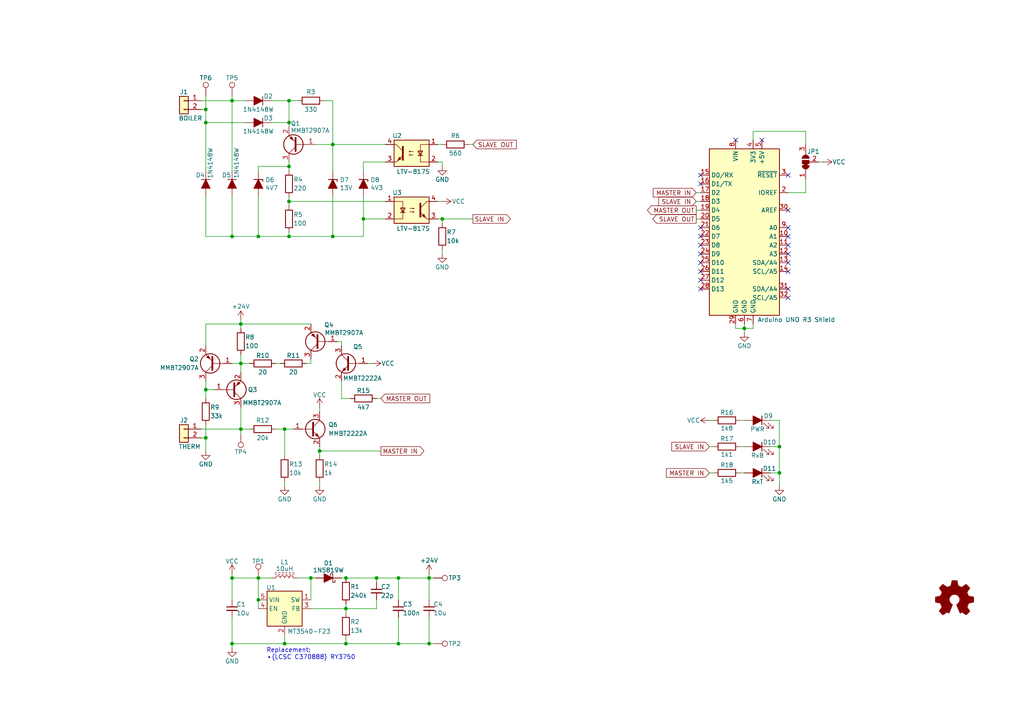
<source format=kicad_sch>
(kicad_sch (version 20250114) (generator "eeschema") (generator_version "9.0")
  (paper "A4")
  (title_block (title "OpenTherm Arduino Shield") (date "2025-04-16") (rev "1.1") (company "© 2025 MPro") (comment 1 "Designed by MPro") (comment 4 "Licensed under CERN-OHL-P v2 or any later version"))
  (lib_symbols
    (symbol "Connector:TestPoint" (pin_numbers (hide yes)) (pin_names (offset 0.762) (hide yes))
      (property "Reference" "TP" (at 0 6.858 0))
      (property "Value" "TestPoint" (at 0 5.08 0))
      (symbol "TestPoint_1_1"
        (pin passive line (at 0 0 90) (length 2.54) (name "1") (number "1"))
      )
    )
    (symbol "Connector_Generic:Conn_01x02" (pin_names (offset 1.016) (hide yes))
      (property "Reference" "J" (at 0 2.54 0))
      (property "Value" "Conn_01x02" (at 0 -5.08 0))
      (symbol "Conn_01x02_1_1"
        (pin passive line (at -5.08 0 0) (length 3.81) (name "Pin_1") (number "1"))
        (pin passive line (at -5.08 -2.54 0) (length 3.81) (name "Pin_2") (number "2"))
      )
    )
    (symbol "DIN-DIO-Relay-controller-rescue:D_ALT-Device" (pin_numbers (hide yes)) (pin_names (offset 1.016) (hide yes))
      (property "Reference" "D" (at 0 2.54 0))
      (property "Value" "D_ALT-Device" (at 0 -2.54 0))
      (symbol "D_ALT-Device_1_1"
        (pin passive line (at -3.81 0 0) (length 2.54) (name "K") (number "1"))
        (pin passive line (at 3.81 0 180) (length 2.54) (name "A") (number "2"))
      )
    )
    (symbol "DIN-DIO-Relay-controller-rescue:D_Schottky_ALT-Device" (pin_numbers (hide yes)) (pin_names (offset 1.016) (hide yes))
      (property "Reference" "D" (at 0 2.54 0))
      (property "Value" "D_Schottky_ALT-Device" (at 0 -2.54 0))
      (symbol "D_Schottky_ALT-Device_1_1"
        (pin passive line (at -3.81 0 0) (length 2.54) (name "K") (number "1"))
        (pin passive line (at 3.81 0 180) (length 2.54) (name "A") (number "2"))
      )
    )
    (symbol "DIN-DIO-Relay-controller-rescue:L_Core_Ferrite-Device" (pin_numbers (hide yes)) (pin_names (offset 1.016) (hide yes))
      (property "Reference" "L" (at -1.27 0 90))
      (property "Value" "L_Core_Ferrite-Device" (at 2.794 0 90))
      (symbol "L_Core_Ferrite-Device_1_1"
        (pin passive line (at 0 3.81 270) (length 1.27) (name "1") (number "1"))
        (pin passive line (at 0 -3.81 90) (length 1.27) (name "2") (number "2"))
      )
    )
    (symbol "DIN-DIO-Relay-controller-rescue:R-Device" (pin_numbers (hide yes)) (pin_names (offset 0))
      (property "Reference" "R" (at 2.032 0 90))
      (property "Value" "R-Device" (at 0 0 90))
      (symbol "R-Device_1_1"
        (pin passive line (at 0 3.81 270) (length 1.27) (name "~") (number "1"))
        (pin passive line (at 0 -3.81 90) (length 1.27) (name "~") (number "2"))
      )
    )
    (symbol "Device:C_Small" (pin_numbers (hide yes)) (pin_names (offset 0.254) (hide yes))
      (property "Reference" "C" (at 0.254 1.778 0))
      (property "Value" "C_Small" (at 0.254 -2.032 0))
      (symbol "C_Small_1_1"
        (pin passive line (at 0 2.54 270) (length 2.032) (name "~") (number "1"))
        (pin passive line (at 0 -2.54 90) (length 2.032) (name "~") (number "2"))
      )
    )
    (symbol "Device:LED_Filled" (pin_numbers (hide yes)) (pin_names (offset 1.016) (hide yes))
      (property "Reference" "D" (at 0 2.54 0))
      (property "Value" "LED_Filled" (at 0 -2.54 0))
      (symbol "LED_Filled_1_1"
        (pin passive line (at -3.81 0 0) (length 2.54) (name "K") (number "1"))
        (pin passive line (at 3.81 0 180) (length 2.54) (name "A") (number "2"))
      )
    )
    (symbol "Device:R" (pin_numbers (hide yes)) (pin_names (offset 0))
      (property "Reference" "R" (at 2.032 0 90))
      (property "Value" "R" (at 0 0 90))
      (symbol "R_1_1"
        (pin passive line (at 0 3.81 270) (length 1.27) (name "~") (number "1"))
        (pin passive line (at 0 -3.81 90) (length 1.27) (name "~") (number "2"))
      )
    )
    (symbol "Isolator:LTV-817S" (pin_names (offset 1.016))
      (property "Reference" "U" (at -3.81 5.08 0))
      (property "Value" "LTV-817S" (at 0 -5.08 0))
      (symbol "LTV-817S_1_1"
        (pin passive line (at -7.62 2.54 0) (length 2.54) (name "~") (number "1"))
        (pin passive line (at -7.62 -2.54 0) (length 2.54) (name "~") (number "2"))
        (pin passive line (at 7.62 2.54 180) (length 2.54) (name "~") (number "4"))
        (pin passive line (at 7.62 -2.54 180) (length 2.54) (name "~") (number "3"))
      )
    )
    (symbol "Jumper:SolderJumper_3_Bridged12" (pin_names (offset 0) (hide yes)) (in_bom no)
      (property "Reference" "JP" (at -2.54 -2.54 0))
      (property "Value" "SolderJumper_3_Bridged12" (at 0 2.794 0))
      (symbol "SolderJumper_3_Bridged12_1_1"
        (pin passive line (at -5.08 0 0) (length 2.54) (name "A") (number "1"))
        (pin passive line (at 0 -3.81 90) (length 2.54) (name "C") (number "2"))
        (pin passive line (at 5.08 0 180) (length 2.54) (name "B") (number "3"))
      )
    )
    (symbol "MCU_Module:Arduino_UNO_R3"
      (property "Reference" "A" (at -10.16 23.495 0))
      (property "Value" "Arduino_UNO_R3" (at 5.08 -26.67 0))
      (symbol "Arduino_UNO_R3_1_1"
        (pin bidirectional line (at -12.7 15.24 0) (length 2.54) (name "D0/RX") (number "15"))
        (pin bidirectional line (at -12.7 12.7 0) (length 2.54) (name "D1/TX") (number "16"))
        (pin bidirectional line (at -12.7 10.16 0) (length 2.54) (name "D2") (number "17"))
        (pin bidirectional line (at -12.7 7.62 0) (length 2.54) (name "D3") (number "18"))
        (pin bidirectional line (at -12.7 5.08 0) (length 2.54) (name "D4") (number "19"))
        (pin bidirectional line (at -12.7 2.54 0) (length 2.54) (name "D5") (number "20"))
        (pin bidirectional line (at -12.7 0 0) (length 2.54) (name "D6") (number "21"))
        (pin bidirectional line (at -12.7 -2.54 0) (length 2.54) (name "D7") (number "22"))
        (pin bidirectional line (at -12.7 -5.08 0) (length 2.54) (name "D8") (number "23"))
        (pin bidirectional line (at -12.7 -7.62 0) (length 2.54) (name "D9") (number "24"))
        (pin bidirectional line (at -12.7 -10.16 0) (length 2.54) (name "D10") (number "25"))
        (pin bidirectional line (at -12.7 -12.7 0) (length 2.54) (name "D11") (number "26"))
        (pin bidirectional line (at -12.7 -15.24 0) (length 2.54) (name "D12") (number "27"))
        (pin bidirectional line (at -12.7 -17.78 0) (length 2.54) (name "D13") (number "28"))
        (pin no_connect line (at -10.16 -20.32 0) (length 2.54) (hide yes) (name "NC") (number "1"))
        (pin power_in line (at -2.54 25.4 270) (length 2.54) (name "VIN") (number "8"))
        (pin power_in line (at -2.54 -27.94 90) (length 2.54) (name "GND") (number "29"))
        (pin power_in line (at 0 -27.94 90) (length 2.54) (name "GND") (number "6"))
        (pin power_out line (at 2.54 25.4 270) (length 2.54) (name "3V3") (number "4"))
        (pin power_in line (at 2.54 -27.94 90) (length 2.54) (name "GND") (number "7"))
        (pin power_out line (at 5.08 25.4 270) (length 2.54) (name "+5V") (number "5"))
        (pin input line (at 12.7 15.24 180) (length 2.54) (name "~{RESET}") (number "3"))
        (pin output line (at 12.7 10.16 180) (length 2.54) (name "IOREF") (number "2"))
        (pin input line (at 12.7 5.08 180) (length 2.54) (name "AREF") (number "30"))
        (pin bidirectional line (at 12.7 0 180) (length 2.54) (name "A0") (number "9"))
        (pin bidirectional line (at 12.7 -2.54 180) (length 2.54) (name "A1") (number "10"))
        (pin bidirectional line (at 12.7 -5.08 180) (length 2.54) (name "A2") (number "11"))
        (pin bidirectional line (at 12.7 -7.62 180) (length 2.54) (name "A3") (number "12"))
        (pin bidirectional line (at 12.7 -10.16 180) (length 2.54) (name "SDA/A4") (number "13"))
        (pin bidirectional line (at 12.7 -12.7 180) (length 2.54) (name "SCL/A5") (number "14"))
        (pin bidirectional line (at 12.7 -17.78 180) (length 2.54) (name "SDA/A4") (number "31"))
        (pin bidirectional line (at 12.7 -20.32 180) (length 2.54) (name "SCL/A5") (number "32"))
      )
    )
    (symbol "Regulator_Switching:TPS61040DBV"
      (property "Reference" "U" (at -5.08 6.35 0))
      (property "Value" "TPS61040DBV" (at 0 6.35 0))
      (symbol "TPS61040DBV_1_1"
        (pin power_in line (at -7.62 2.54 0) (length 2.54) (name "VIN") (number "5"))
        (pin input line (at -7.62 0 0) (length 2.54) (name "EN") (number "4"))
        (pin power_in line (at 0 -7.62 90) (length 2.54) (name "GND") (number "2"))
        (pin power_out line (at 7.62 2.54 180) (length 2.54) (name "SW") (number "1"))
        (pin input line (at 7.62 0 180) (length 2.54) (name "FB") (number "3"))
      )
    )
    (symbol "Transistor_BJT:MMBT2222A" (pin_names (offset 0) (hide yes))
      (property "Reference" "Q" (at 5.08 1.905 0))
      (property "Value" "MMBT2222A" (at 5.08 0 0))
      (symbol "MMBT2222A_1_1"
        (pin input line (at -5.08 0 0) (length 2.54) (name "B") (number "1"))
        (pin passive line (at 2.54 5.08 270) (length 2.54) (name "C") (number "3"))
        (pin passive line (at 2.54 -5.08 90) (length 2.54) (name "E") (number "2"))
      )
    )
    (symbol "Transistor_BJT:MMBT3906" (pin_names (offset 0) (hide yes))
      (property "Reference" "Q" (at 5.08 1.905 0))
      (property "Value" "MMBT3906" (at 5.08 0 0))
      (symbol "MMBT3906_1_1"
        (pin input line (at -5.08 0 0) (length 2.54) (name "B") (number "1"))
        (pin passive line (at 2.54 5.08 270) (length 2.54) (name "C") (number "3"))
        (pin passive line (at 2.54 -5.08 90) (length 2.54) (name "E") (number "2"))
      )
    )
    (symbol "archive:D_Zener_ALT-Device" (pin_numbers (hide yes)) (pin_names (offset 1.016) (hide yes))
      (property "Reference" "D" (at 0 2.54 0))
      (property "Value" "D_Zener_ALT-Device" (at 0 -2.54 0))
      (symbol "D_Zener_ALT-Device_1_1"
        (pin passive line (at -3.81 0 0) (length 2.54) (name "K") (number "1"))
        (pin passive line (at 3.81 0 180) (length 2.54) (name "A") (number "2"))
      )
    )
    (symbol "archive:Graphic_Logo_Open_Hardware_Small" (pin_names (offset 1.016)))
    (symbol "power:+24V" (power) (pin_numbers (hide yes)) (pin_names (offset 0) (hide yes))
      (property "Value" "+24V" (at 0 3.556 0))
      (symbol "+24V_1_1"
        (pin power_in line (at 0 0 90) (length 0) (name "~") (number "1"))
      )
    )
    (symbol "power:GND" (power) (pin_numbers (hide yes)) (pin_names (offset 0) (hide yes))
      (property "Value" "GND" (at 0 -3.81 0))
      (symbol "GND_1_1"
        (pin power_in line (at 0 0 270) (length 0) (name "~") (number "1"))
      )
    )
    (symbol "power:VCC" (power) (pin_numbers (hide yes)) (pin_names (offset 0) (hide yes))
      (property "Value" "VCC" (at 0 3.556 0))
      (symbol "VCC_1_1"
        (pin power_in line (at 0 0 90) (length 0) (name "~") (number "1"))
      )
    )
  )
  (text "Replacement:\n•(LCSC C370888) RY3750" (at 77.216 187.96 0) (effects (font (size 1.27 1.27)) (justify left top)))
  (junction (at 82.55 124.46))
  (junction (at 105.41 63.5))
  (junction (at 83.82 58.42))
  (junction (at 83.82 35.56))
  (junction (at 83.82 48.26))
  (junction (at 69.85 105.41))
  (junction (at 69.85 124.46))
  (junction (at 109.22 167.64))
  (junction (at 100.33 186.69))
  (junction (at 128.27 63.5))
  (junction (at 83.82 29.21))
  (junction (at 69.85 93.98))
  (junction (at 67.31 167.64))
  (junction (at 100.33 167.64))
  (junction (at 96.52 68.58))
  (junction (at 67.31 186.69))
  (junction (at 74.93 68.58))
  (junction (at 226.06 137.16))
  (junction (at 83.82 68.58))
  (junction (at 59.69 35.56))
  (junction (at 59.69 113.03))
  (junction (at 59.69 127))
  (junction (at 90.17 167.64))
  (junction (at 74.93 167.64))
  (junction (at 115.57 186.69))
  (junction (at 59.69 31.75))
  (junction (at 100.33 176.53))
  (junction (at 67.31 29.21))
  (junction (at 96.52 41.91))
  (junction (at 82.55 186.69))
  (junction (at 124.46 186.69))
  (junction (at 115.57 167.64))
  (junction (at 67.31 68.58))
  (junction (at 124.46 167.64))
  (junction (at 74.93 173.99))
  (junction (at 92.71 130.81))
  (junction (at 215.9 95.25))
  (junction (at 226.06 129.54))
  (no_connect (at 220.98 40.64))
  (no_connect (at 228.6 86.36))
  (no_connect (at 228.6 83.82))
  (no_connect (at 228.6 78.74))
  (no_connect (at 228.6 66.04))
  (no_connect (at 203.2 71.12))
  (no_connect (at 228.6 50.8))
  (no_connect (at 203.2 83.82))
  (no_connect (at 203.2 81.28))
  (no_connect (at 203.2 53.34))
  (no_connect (at 228.6 73.66))
  (no_connect (at 228.6 71.12))
  (no_connect (at 203.2 76.2))
  (no_connect (at 228.6 68.58))
  (no_connect (at 228.6 76.2))
  (no_connect (at 203.2 50.8))
  (no_connect (at 203.2 68.58))
  (no_connect (at 203.2 73.66))
  (no_connect (at 213.36 40.64))
  (no_connect (at 203.2 78.74))
  (no_connect (at 228.6 60.96))
  (no_connect (at 203.2 66.04))
  (wire (pts (xy 69.85 93.98) (xy 59.69 93.98)))
  (wire (pts (xy 71.12 35.56) (xy 59.69 35.56)))
  (wire (pts (xy 90.17 105.41) (xy 90.17 104.14)))
  (wire (pts (xy 100.33 176.53) (xy 100.33 177.8)))
  (wire (pts (xy 109.22 173.99) (xy 109.22 176.53)))
  (wire (pts (xy 214.63 129.54) (xy 215.9 129.54)))
  (wire (pts (xy 237.49 46.99) (xy 238.76 46.99)))
  (wire (pts (xy 67.31 186.69) (xy 82.55 186.69)))
  (wire (pts (xy 59.69 127) (xy 58.42 127)))
  (wire (pts (xy 214.63 121.92) (xy 215.9 121.92)))
  (wire (pts (xy 67.31 29.21) (xy 71.12 29.21)))
  (wire (pts (xy 233.68 38.1) (xy 218.44 38.1)))
  (wire (pts (xy 115.57 186.69) (xy 115.57 179.07)))
  (wire (pts (xy 67.31 179.07) (xy 67.31 186.69)))
  (wire (pts (xy 69.85 124.46) (xy 69.85 125.73)))
  (wire (pts (xy 135.89 41.91) (xy 137.16 41.91)))
  (wire (pts (xy 67.31 166.37) (xy 67.31 167.64)))
  (wire (pts (xy 100.33 175.26) (xy 100.33 176.53)))
  (wire (pts (xy 99.06 115.57) (xy 101.6 115.57)))
  (wire (pts (xy 80.01 105.41) (xy 81.28 105.41)))
  (wire (pts (xy 124.46 167.64) (xy 125.73 167.64)))
  (wire (pts (xy 99.06 110.49) (xy 99.06 115.57)))
  (wire (pts (xy 128.27 72.39) (xy 128.27 73.66)))
  (wire (pts (xy 223.52 129.54) (xy 226.06 129.54)))
  (wire (pts (xy 105.41 46.99) (xy 105.41 49.53)))
  (wire (pts (xy 128.27 63.5) (xy 128.27 64.77)))
  (wire (pts (xy 100.33 186.69) (xy 100.33 185.42)))
  (wire (pts (xy 59.69 127) (xy 59.69 130.81)))
  (wire (pts (xy 205.74 137.16) (xy 207.01 137.16)))
  (wire (pts (xy 59.69 113.03) (xy 62.23 113.03)))
  (wire (pts (xy 201.93 63.5) (xy 203.2 63.5)))
  (wire (pts (xy 67.31 49.53) (xy 67.31 29.21)))
  (wire (pts (xy 214.63 137.16) (xy 215.9 137.16)))
  (wire (pts (xy 213.36 95.25) (xy 215.9 95.25)))
  (wire (pts (xy 105.41 57.15) (xy 105.41 63.5)))
  (wire (pts (xy 201.93 55.88) (xy 203.2 55.88)))
  (wire (pts (xy 128.27 63.5) (xy 137.16 63.5)))
  (wire (pts (xy 74.93 57.15) (xy 74.93 68.58)))
  (wire (pts (xy 69.85 124.46) (xy 72.39 124.46)))
  (wire (pts (xy 90.17 167.64) (xy 90.17 173.99)))
  (wire (pts (xy 69.85 102.87) (xy 69.85 105.41)))
  (wire (pts (xy 115.57 167.64) (xy 124.46 167.64)))
  (wire (pts (xy 106.68 105.41) (xy 107.95 105.41)))
  (wire (pts (xy 82.55 124.46) (xy 85.09 124.46)))
  (wire (pts (xy 90.17 176.53) (xy 100.33 176.53)))
  (wire (pts (xy 59.69 93.98) (xy 59.69 100.33)))
  (wire (pts (xy 109.22 115.57) (xy 110.49 115.57)))
  (wire (pts (xy 92.71 130.81) (xy 110.49 130.81)))
  (wire (pts (xy 58.42 29.21) (xy 67.31 29.21)))
  (wire (pts (xy 201.93 60.96) (xy 203.2 60.96)))
  (wire (pts (xy 215.9 95.25) (xy 215.9 96.52)))
  (wire (pts (xy 78.74 35.56) (xy 83.82 35.56)))
  (wire (pts (xy 74.93 48.26) (xy 83.82 48.26)))
  (wire (pts (xy 82.55 184.15) (xy 82.55 186.69)))
  (wire (pts (xy 226.06 137.16) (xy 226.06 140.97)))
  (wire (pts (xy 83.82 58.42) (xy 83.82 59.69)))
  (wire (pts (xy 115.57 167.64) (xy 115.57 173.99)))
  (wire (pts (xy 83.82 48.26) (xy 83.82 49.53)))
  (wire (pts (xy 96.52 57.15) (xy 96.52 68.58)))
  (wire (pts (xy 67.31 68.58) (xy 74.93 68.58)))
  (wire (pts (xy 96.52 41.91) (xy 96.52 49.53)))
  (wire (pts (xy 74.93 49.53) (xy 74.93 48.26)))
  (wire (pts (xy 83.82 35.56) (xy 83.82 36.83)))
  (wire (pts (xy 124.46 186.69) (xy 125.73 186.69)))
  (wire (pts (xy 78.74 29.21) (xy 83.82 29.21)))
  (wire (pts (xy 59.69 27.94) (xy 59.69 31.75)))
  (wire (pts (xy 201.93 58.42) (xy 203.2 58.42)))
  (wire (pts (xy 109.22 167.64) (xy 100.33 167.64)))
  (wire (pts (xy 74.93 68.58) (xy 83.82 68.58)))
  (wire (pts (xy 127 63.5) (xy 128.27 63.5)))
  (wire (pts (xy 92.71 139.7) (xy 92.71 140.97)))
  (wire (pts (xy 124.46 166.37) (xy 124.46 167.64)))
  (wire (pts (xy 226.06 129.54) (xy 226.06 137.16)))
  (wire (pts (xy 96.52 29.21) (xy 96.52 41.91)))
  (wire (pts (xy 83.82 29.21) (xy 83.82 35.56)))
  (wire (pts (xy 105.41 63.5) (xy 105.41 68.58)))
  (wire (pts (xy 69.85 93.98) (xy 69.85 95.25)))
  (wire (pts (xy 92.71 118.11) (xy 92.71 119.38)))
  (wire (pts (xy 59.69 68.58) (xy 67.31 68.58)))
  (wire (pts (xy 218.44 95.25) (xy 215.9 95.25)))
  (wire (pts (xy 67.31 173.99) (xy 67.31 167.64)))
  (wire (pts (xy 83.82 57.15) (xy 83.82 58.42)))
  (wire (pts (xy 233.68 41.91) (xy 233.68 38.1)))
  (wire (pts (xy 109.22 167.64) (xy 115.57 167.64)))
  (wire (pts (xy 59.69 31.75) (xy 59.69 35.56)))
  (wire (pts (xy 100.33 186.69) (xy 115.57 186.69)))
  (wire (pts (xy 67.31 27.94) (xy 67.31 29.21)))
  (wire (pts (xy 127 46.99) (xy 128.27 46.99)))
  (wire (pts (xy 69.85 105.41) (xy 69.85 107.95)))
  (wire (pts (xy 67.31 105.41) (xy 69.85 105.41)))
  (wire (pts (xy 67.31 57.15) (xy 67.31 68.58)))
  (wire (pts (xy 90.17 167.64) (xy 91.44 167.64)))
  (wire (pts (xy 105.41 63.5) (xy 111.76 63.5)))
  (wire (pts (xy 59.69 57.15) (xy 59.69 68.58)))
  (wire (pts (xy 99.06 167.64) (xy 100.33 167.64)))
  (wire (pts (xy 205.74 121.92) (xy 207.01 121.92)))
  (wire (pts (xy 127 41.91) (xy 128.27 41.91)))
  (wire (pts (xy 233.68 55.88) (xy 233.68 52.07)))
  (wire (pts (xy 223.52 121.92) (xy 226.06 121.92)))
  (wire (pts (xy 67.31 186.69) (xy 67.31 187.96)))
  (wire (pts (xy 111.76 46.99) (xy 105.41 46.99)))
  (wire (pts (xy 59.69 31.75) (xy 58.42 31.75)))
  (wire (pts (xy 226.06 121.92) (xy 226.06 129.54)))
  (wire (pts (xy 124.46 186.69) (xy 115.57 186.69)))
  (wire (pts (xy 93.98 29.21) (xy 96.52 29.21)))
  (wire (pts (xy 97.79 99.06) (xy 99.06 99.06)))
  (wire (pts (xy 91.44 41.91) (xy 96.52 41.91)))
  (wire (pts (xy 96.52 68.58) (xy 83.82 68.58)))
  (wire (pts (xy 99.06 99.06) (xy 99.06 100.33)))
  (wire (pts (xy 59.69 35.56) (xy 59.69 49.53)))
  (wire (pts (xy 82.55 124.46) (xy 82.55 132.08)))
  (wire (pts (xy 59.69 113.03) (xy 59.69 115.57)))
  (wire (pts (xy 92.71 129.54) (xy 92.71 130.81)))
  (wire (pts (xy 74.93 173.99) (xy 74.93 176.53)))
  (wire (pts (xy 88.9 105.41) (xy 90.17 105.41)))
  (wire (pts (xy 127 58.42) (xy 128.27 58.42)))
  (wire (pts (xy 128.27 46.99) (xy 128.27 48.26)))
  (wire (pts (xy 124.46 167.64) (xy 124.46 173.99)))
  (wire (pts (xy 105.41 68.58) (xy 96.52 68.58)))
  (wire (pts (xy 83.82 68.58) (xy 83.82 67.31)))
  (wire (pts (xy 58.42 124.46) (xy 69.85 124.46)))
  (wire (pts (xy 86.36 167.64) (xy 90.17 167.64)))
  (wire (pts (xy 80.01 124.46) (xy 82.55 124.46)))
  (wire (pts (xy 83.82 46.99) (xy 83.82 48.26)))
  (wire (pts (xy 205.74 129.54) (xy 207.01 129.54)))
  (wire (pts (xy 59.69 110.49) (xy 59.69 113.03)))
  (wire (pts (xy 223.52 137.16) (xy 226.06 137.16)))
  (wire (pts (xy 96.52 41.91) (xy 111.76 41.91)))
  (wire (pts (xy 82.55 186.69) (xy 100.33 186.69)))
  (wire (pts (xy 67.31 167.64) (xy 74.93 167.64)))
  (wire (pts (xy 82.55 139.7) (xy 82.55 140.97)))
  (wire (pts (xy 59.69 123.19) (xy 59.69 127)))
  (wire (pts (xy 218.44 38.1) (xy 218.44 40.64)))
  (wire (pts (xy 69.85 92.71) (xy 69.85 93.98)))
  (wire (pts (xy 213.36 93.98) (xy 213.36 95.25)))
  (wire (pts (xy 90.17 93.98) (xy 69.85 93.98)))
  (wire (pts (xy 69.85 105.41) (xy 72.39 105.41)))
  (wire (pts (xy 83.82 58.42) (xy 111.76 58.42)))
  (wire (pts (xy 218.44 93.98) (xy 218.44 95.25)))
  (wire (pts (xy 83.82 29.21) (xy 86.36 29.21)))
  (wire (pts (xy 92.71 130.81) (xy 92.71 132.08)))
  (wire (pts (xy 69.85 124.46) (xy 69.85 118.11)))
  (wire (pts (xy 215.9 93.98) (xy 215.9 95.25)))
  (wire (pts (xy 74.93 167.64) (xy 78.74 167.64)))
  (wire (pts (xy 124.46 179.07) (xy 124.46 186.69)))
  (wire (pts (xy 228.6 55.88) (xy 233.68 55.88)))
  (wire (pts (xy 74.93 173.99) (xy 74.93 167.64)))
  (wire (pts (xy 109.22 168.91) (xy 109.22 167.64)))
  (wire (pts (xy 109.22 176.53) (xy 100.33 176.53)))
  (global_label "SLAVE IN" (shape output) (at 137.16 63.5 0) (property "Intersheetrefs" "${INTERSHEET_REFS}" (effects (hide yes))))
  (global_label "MASTER OUT" (shape output) (at 201.93 60.96 180) (property "Intersheetrefs" "${INTERSHEET_REFS}" (effects (hide yes))))
  (global_label "MASTER OUT" (shape input) (at 110.49 115.57 0) (property "Intersheetrefs" "${INTERSHEET_REFS}" (effects (hide yes))))
  (global_label "MASTER IN" (shape output) (at 110.49 130.81 0) (property "Intersheetrefs" "${INTERSHEET_REFS}" (effects (hide yes))))
  (global_label "SLAVE IN" (shape input) (at 201.93 58.42 180) (property "Intersheetrefs" "${INTERSHEET_REFS}" (effects (hide yes))))
  (global_label "MASTER IN" (shape input) (at 201.93 55.88 180) (property "Intersheetrefs" "${INTERSHEET_REFS}" (effects (hide yes))))
  (global_label "MASTER IN" (shape input) (at 205.74 137.16 180) (property "Intersheetrefs" "${INTERSHEET_REFS}" (effects (hide yes))))
  (global_label "SLAVE OUT" (shape input) (at 137.16 41.91 0) (property "Intersheetrefs" "${INTERSHEET_REFS}" (effects (hide yes))))
  (global_label "SLAVE IN" (shape input) (at 205.74 129.54 180) (property "Intersheetrefs" "${INTERSHEET_REFS}" (effects (hide yes))))
  (global_label "SLAVE OUT" (shape output) (at 201.93 63.5 180) (property "Intersheetrefs" "${INTERSHEET_REFS}" (effects (hide yes))))
  (symbol (lib_id "Device:LED_Filled") (at 219.71 137.16 0) (mirror y) (unit 1)
    (property "Reference" "D11" (at 221.234 135.89 0) (effects (justify right)))
    (property "Value" "RxT" (at 219.71 139.7 0))
    (property "Footprint" "footprints:LED_0805_2012Metric" (effects (hide yes)))
    (property "Description" "Yellow" (effects (hide yes)))
    (property "LCSC" "C2296" (effects (hide yes)))
    (property "Package/Case" "0805" (effects (hide yes)))
    (property "Colour" "Red" (effects (hide yes)))
  )
  (symbol (lib_id "Transistor_BJT:MMBT2222A") (at 101.6 105.41 0) (mirror y) (unit 1)
    (property "Reference" "Q5" (at 105.156 100.584 0) (effects (justify left)))
    (property "Value" "MMBT2222A" (at 110.744 109.728 0) (effects (justify left)))
    (property "Footprint" "footprints:SOT-23" (effects (hide yes)))
    (property "Datasheet" "https://assets.nexperia.com/documents/data-sheet/MMBT2222A.pdf" (effects (hide yes)))
    (property "Description" "600mA Ic, 40V Vce, NPN Transistor, SOT-23" (effects (hide yes)))
    (property "LCSC" "C8512" (effects (hide yes)))
    (property "Package/Case" "SOT-23" (effects (hide yes)))
  )
  (symbol (lib_id "DIN-DIO-Relay-controller-rescue:R-Device") (at 85.09 105.41 270) (unit 1)
    (property "Reference" "R11" (at 85.09 103.124 90))
    (property "Value" "20" (at 85.09 107.95 90))
    (property "Footprint" "footprints:R_0603_1608Metric" (effects (hide yes)))
    (property "LCSC" "C22950" (effects (hide yes)))
    (property "Package/Case" "0603" (effects (hide yes)))
  )
  (symbol (lib_id "power:VCC") (at 92.71 118.11 0) (unit 1)
    (property "Reference" "#PWR012" (effects (hide yes)))
    (property "Value" "VCC" (at 92.71 114.554 0))
    (property "Description" "Power symbol creates a global label with name \"VCC\"" (effects (hide yes)))
  )
  (symbol (lib_id "archive:D_Zener_ALT-Device") (at 96.52 53.34 270) (unit 1)
    (property "Reference" "D7" (at 98.5266 52.1716 90) (effects (justify left)))
    (property "Value" "13V" (at 98.5266 54.483 90) (effects (justify left)))
    (property "Footprint" "footprints:D_SOD-123" (effects (hide yes)))
    (property "LCSC" "C22399883" (effects (hide yes)))
    (property "Package/Case" "SOD-123" (effects (hide yes)))
  )
  (symbol (lib_id "power:VCC") (at 128.27 58.42 270) (unit 1)
    (property "Reference" "#PWR05" (effects (hide yes)))
    (property "Value" "VCC" (at 131.064 58.42 90) (effects (justify left)))
    (property "Description" "Power symbol creates a global label with name \"VCC\"" (effects (hide yes)))
  )
  (symbol (lib_id "Connector:TestPoint") (at 59.69 27.94 0) (unit 1) (in_bom no)
    (property "Reference" "TP6" (at 59.69 22.606 0))
    (property "Value" "B2" (effects (hide yes)))
    (property "Footprint" "footprints:TestPoint_Pad_D2.0mm" (effects (hide yes)))
    (property "Description" "test point" (effects (hide yes)))
    (property "LCSC" "------" (effects (hide yes)))
    (property "Package/Case" "------" (effects (hide yes)))
  )
  (symbol (lib_id "power:GND") (at 226.06 140.97 0) (unit 1)
    (property "Reference" "#PWR016" (effects (hide yes)))
    (property "Value" "GND" (at 226.06 144.78 0))
    (property "Description" "Power symbol creates a global label with name \"GND\" , ground" (effects (hide yes)))
  )
  (symbol (lib_id "power:+24V") (at 69.85 92.71 0) (unit 1)
    (property "Reference" "#PWR07" (effects (hide yes)))
    (property "Value" "+24V" (at 69.85 88.9 0))
    (property "Description" "Power symbol creates a global label with name \"+24V\"" (effects (hide yes)))
  )
  (symbol (lib_id "Device:C_Small") (at 67.31 176.53 0) (unit 1)
    (property "Reference" "C1" (at 68.58 175.26 0) (effects (justify left)))
    (property "Value" "10u" (at 68.58 177.8 0) (effects (justify left)))
    (property "Footprint" "footprints:C_0603_1608Metric" (effects (hide yes)))
    (property "LCSC" "C19702" (effects (hide yes)))
    (property "Package/Case" "0603" (effects (hide yes)))
  )
  (symbol (lib_id "DIN-DIO-Relay-controller-rescue:D_ALT-Device") (at 74.93 29.21 180) (unit 1)
    (property "Reference" "D2" (at 76.454 27.94 0) (effects (justify right)))
    (property "Value" "1N4148W" (at 74.93 31.75 0))
    (property "Footprint" "footprints:D_SOD-123" (effects (hide yes)))
    (property "LCSC" "C7420318" (effects (hide yes)))
    (property "Package/Case" "SOD-123" (effects (hide yes)))
  )
  (symbol (lib_id "DIN-DIO-Relay-controller-rescue:L_Core_Ferrite-Device") (at 82.55 167.64 90) (unit 1)
    (property "Reference" "L1" (at 82.55 162.306 90) (effects (justify bottom)))
    (property "Value" "10uH" (at 82.55 164.2364 90) (effects (justify bottom)))
    (property "Footprint" "footprints:Inductor_4.2x4.4mm" (effects (hide yes)))
    (property "LCSC" "C5349663" (effects (hide yes)))
    (property "Package/Case" "SMD 0420 (4.2x4.4mm)" (effects (hide yes)))
  )
  (symbol (lib_id "Device:R") (at 59.69 119.38 0) (unit 1)
    (property "Reference" "R9" (at 60.96 118.11 0) (effects (justify left)))
    (property "Value" "33k" (at 60.96 120.65 0) (effects (justify left)))
    (property "Footprint" "footprints:R_0603_1608Metric" (effects (hide yes)))
    (property "LCSC" "C4216" (effects (hide yes)))
    (property "Package/Case" "0603" (effects (hide yes)))
  )
  (symbol (lib_id "power:GND") (at 128.27 48.26 0) (unit 1)
    (property "Reference" "#PWR04" (effects (hide yes)))
    (property "Value" "GND" (at 128.27 52.07 0))
    (property "Description" "Power symbol creates a global label with name \"GND\" , ground" (effects (hide yes)))
  )
  (symbol (lib_id "power:GND") (at 92.71 140.97 0) (unit 1)
    (property "Reference" "#PWR011" (effects (hide yes)))
    (property "Value" "GND" (at 92.71 144.78 0))
    (property "Description" "Power symbol creates a global label with name \"GND\" , ground" (effects (hide yes)))
  )
  (symbol (lib_id "DIN-DIO-Relay-controller-rescue:D_ALT-Device") (at 67.31 53.34 270) (unit 1)
    (property "Reference" "D5" (at 67.056 50.8 90) (effects (justify right)))
    (property "Value" "1N4148W" (at 68.58 51.816 0) (effects (justify right)))
    (property "Footprint" "footprints:D_SOD-123" (effects (hide yes)))
    (property "LCSC" "C7420318" (effects (hide yes)))
    (property "Package/Case" "SOD-123" (effects (hide yes)))
  )
  (symbol (lib_id "power:GND") (at 67.31 187.96 0) (unit 1)
    (property "Reference" "#PWR02" (effects (hide yes)))
    (property "Value" "GND" (at 67.31 191.77 0))
    (property "Description" "Power symbol creates a global label with name \"GND\" , ground" (effects (hide yes)))
  )
  (symbol (lib_id "DIN-DIO-Relay-controller-rescue:R-Device") (at 76.2 105.41 270) (unit 1)
    (property "Reference" "R10" (at 76.2 103.124 90))
    (property "Value" "20" (at 76.2 107.95 90))
    (property "Footprint" "footprints:R_0603_1608Metric" (effects (hide yes)))
    (property "LCSC" "C22950" (effects (hide yes)))
    (property "Package/Case" "0603" (effects (hide yes)))
  )
  (symbol (lib_id "power:GND") (at 128.27 73.66 0) (unit 1)
    (property "Reference" "#PWR06" (effects (hide yes)))
    (property "Value" "GND" (at 128.27 77.47 0))
    (property "Description" "Power symbol creates a global label with name \"GND\" , ground" (effects (hide yes)))
  )
  (symbol (lib_id "Device:R") (at 69.85 99.06 0) (unit 1)
    (property "Reference" "R8" (at 71.12 97.79 0) (effects (justify left)))
    (property "Value" "100" (at 71.12 100.33 0) (effects (justify left)))
    (property "Footprint" "footprints:R_0603_1608Metric" (effects (hide yes)))
    (property "LCSC" "C22775" (effects (hide yes)))
    (property "Package/Case" "0603" (effects (hide yes)))
  )
  (symbol (lib_id "power:VCC") (at 238.76 46.99 270) (unit 1)
    (property "Reference" "#PWR014" (effects (hide yes)))
    (property "Value" "VCC" (at 243.332 46.99 90))
    (property "Description" "Power symbol creates a global label with name \"VCC\"" (effects (hide yes)))
  )
  (symbol (lib_id "Device:R") (at 82.55 135.89 0) (unit 1)
    (property "Reference" "R13" (at 83.82 134.62 0) (effects (justify left)))
    (property "Value" "10k" (at 83.82 137.16 0) (effects (justify left)))
    (property "Footprint" "footprints:R_0603_1608Metric" (effects (hide yes)))
    (property "LCSC" "C25804" (effects (hide yes)))
    (property "Package/Case" "0603" (effects (hide yes)))
  )
  (symbol (lib_id "Transistor_BJT:MMBT3906") (at 86.36 41.91 180) (unit 1)
    (property "Reference" "Q1" (at 84.328 35.814 0) (effects (justify right)))
    (property "Value" "MMBT2907A" (at 84.328 37.846 0) (effects (justify right)))
    (property "Footprint" "footprints:SOT-23" (effects (hide yes)))
    (property "Description" "Small Signal PNP Transistor, SOT-23" (effects (hide yes)))
    (property "LCSC" "C7420352" (effects (hide yes)))
    (property "Package/Case" "SOT-23" (effects (hide yes)))
  )
  (symbol (lib_id "DIN-DIO-Relay-controller-rescue:R-Device") (at 210.82 121.92 270) (unit 1)
    (property "Reference" "R16" (at 210.82 119.634 90))
    (property "Value" "1k8" (at 210.82 124.206 90))
    (property "Footprint" "footprints:R_0603_1608Metric" (effects (hide yes)))
    (property "LCSC" "C4177" (effects (hide yes)))
    (property "Package/Case" "0603" (effects (hide yes)))
  )
  (symbol (lib_id "Isolator:LTV-817S") (at 119.38 60.96 0) (unit 1)
    (property "Reference" "U3" (at 113.792 55.88 0) (effects (justify left)))
    (property "Value" "LTV-817S" (at 124.714 66.294 0) (effects (justify right)))
    (property "Footprint" "footprints:SMDIP-4_W9.53mm" (effects (hide yes)))
    (property "Datasheet" "http://www.us.liteon.com/downloads/LTV-817-827-847.PDF" (effects (hide yes)))
    (property "Description" "DC Optocoupler, Vce 35V, CTR 50%, SMDIP-4" (effects (hide yes)))
    (property "LCSC" "C108319" (effects (hide yes)))
    (property "Package/Case" "SMD-4P" (effects (hide yes)))
  )
  (symbol (lib_id "Connector:TestPoint") (at 125.73 186.69 270) (unit 1) (in_bom no)
    (property "Reference" "TP2" (at 130.048 186.69 90) (effects (justify left)))
    (property "Value" "GND" (effects (hide yes)))
    (property "Footprint" "footprints:TestPoint_Pad_D2.0mm" (effects (hide yes)))
    (property "Description" "test point" (effects (hide yes)))
    (property "LCSC" "------" (effects (hide yes)))
    (property "Package/Case" "------" (effects (hide yes)))
  )
  (symbol (lib_id "Transistor_BJT:MMBT3906") (at 62.23 105.41 180) (unit 1)
    (property "Reference" "Q2" (at 57.658 104.14 0) (effects (justify left)))
    (property "Value" "MMBT2907A" (at 57.658 106.68 0) (effects (justify left)))
    (property "Footprint" "footprints:SOT-23" (effects (hide yes)))
    (property "Description" "Small Signal PNP Transistor, SOT-23" (effects (hide yes)))
    (property "LCSC" "C7420352" (effects (hide yes)))
    (property "Package/Case" "SOT-23" (effects (hide yes)))
  )
  (symbol (lib_id "DIN-DIO-Relay-controller-rescue:D_Schottky_ALT-Device") (at 95.25 167.64 180) (unit 1)
    (property "Reference" "D1" (at 95.25 163.322 0))
    (property "Value" "1N5819W" (at 95.25 165.354 0))
    (property "Footprint" "footprints:D_SOD-123" (effects (hide yes)))
    (property "LCSC" "C8598" (effects (hide yes)))
    (property "Package/Case" "SOD-123" (effects (hide yes)))
  )
  (symbol (lib_id "Connector:TestPoint") (at 125.73 167.64 270) (unit 1) (in_bom no)
    (property "Reference" "TP3" (at 130.048 167.64 90) (effects (justify left)))
    (property "Value" "+24V" (effects (hide yes)))
    (property "Footprint" "footprints:TestPoint_Pad_D2.0mm" (effects (hide yes)))
    (property "Description" "test point" (effects (hide yes)))
    (property "LCSC" "------" (effects (hide yes)))
    (property "Package/Case" "------" (effects (hide yes)))
  )
  (symbol (lib_id "Device:C_Small") (at 115.57 176.53 0) (unit 1)
    (property "Reference" "C3" (at 116.84 175.26 0) (effects (justify left)))
    (property "Value" "100n" (at 116.84 177.8 0) (effects (justify left)))
    (property "Footprint" "footprints:C_0603_1608Metric" (effects (hide yes)))
    (property "LCSC" "C14663" (effects (hide yes)))
    (property "Package/Case" "0603" (effects (hide yes)))
  )
  (symbol (lib_id "DIN-DIO-Relay-controller-rescue:R-Device") (at 210.82 129.54 270) (unit 1)
    (property "Reference" "R17" (at 210.82 127.254 90))
    (property "Value" "1k1" (at 210.82 131.826 90))
    (property "Footprint" "footprints:R_0603_1608Metric" (effects (hide yes)))
    (property "LCSC" "C22764" (effects (hide yes)))
    (property "Package/Case" "0603" (effects (hide yes)))
  )
  (symbol (lib_id "Connector:TestPoint") (at 69.85 125.73 180) (unit 1) (in_bom no)
    (property "Reference" "TP4" (at 69.85 131.064 0))
    (property "Value" "T+" (effects (hide yes)))
    (property "Footprint" "footprints:TestPoint_Pad_D2.0mm" (effects (hide yes)))
    (property "Description" "test point" (effects (hide yes)))
    (property "LCSC" "------" (effects (hide yes)))
    (property "Package/Case" "------" (effects (hide yes)))
  )
  (symbol (lib_id "Connector_Generic:Conn_01x02") (at 53.34 29.21 0) (mirror y) (unit 1)
    (property "Reference" "J1" (at 53.34 26.67 0))
    (property "Value" "BOILER" (at 51.816 34.29 0) (effects (justify right)))
    (property "Footprint" "footprints:Altech_AK100_1x02_P5.00mm" (effects (hide yes)))
    (property "Description" "Generic connector, single row, 01x02, script generated (kicad-library-utils/schlib/autogen/connector/)" (effects (hide yes)))
    (property "LCSC" "------" (effects (hide yes)))
    (property "Package/Case" "Terminal Block 2P 5.0mm" (effects (hide yes)))
  )
  (symbol (lib_id "Device:R") (at 83.82 53.34 0) (unit 1)
    (property "Reference" "R4" (at 85.09 52.07 0) (effects (justify left)))
    (property "Value" "220" (at 85.09 54.61 0) (effects (justify left)))
    (property "Footprint" "footprints:R_0603_1608Metric" (effects (hide yes)))
    (property "LCSC" "C22962" (effects (hide yes)))
    (property "Package/Case" "0603" (effects (hide yes)))
  )
  (symbol (lib_id "Device:R") (at 100.33 171.45 0) (unit 1)
    (property "Reference" "R1" (at 101.6 170.18 0) (effects (justify left)))
    (property "Value" "240k" (at 101.6 172.72 0) (effects (justify left)))
    (property "Footprint" "footprints:R_0603_1608Metric" (effects (hide yes)))
    (property "LCSC" "C4197" (effects (hide yes)))
    (property "Package/Case" "0603" (effects (hide yes)))
  )
  (symbol (lib_id "MCU_Module:Arduino_UNO_R3") (at 215.9 66.04 0) (unit 1) (in_bom no)
    (property "Reference" "A1" (effects (hide yes)))
    (property "Value" "Arduino UNO R3 Shield" (at 219.71 92.71 0) (effects (justify left)))
    (property "Footprint" "footprints:Arduino_UNO_R3_WithMountingHoles_Profiled" (effects (hide yes)))
    (property "Datasheet" "https://www.arduino.cc/en/Main/arduinoBoardUno" (effects (hide yes)))
    (property "LCSC" "------" (effects (hide yes)))
    (property "Package/Case" "------" (effects (hide yes)))
  )
  (symbol (lib_id "DIN-DIO-Relay-controller-rescue:R-Device") (at 210.82 137.16 270) (unit 1)
    (property "Reference" "R18" (at 210.82 134.874 90))
    (property "Value" "1k5" (at 210.82 139.446 90))
    (property "Footprint" "footprints:R_0603_1608Metric" (effects (hide yes)))
    (property "LCSC" "C22843" (effects (hide yes)))
    (property "Package/Case" "0603" (effects (hide yes)))
  )
  (symbol (lib_id "power:VCC") (at 205.74 121.92 90) (unit 1)
    (property "Reference" "#PWR015" (effects (hide yes)))
    (property "Value" "VCC" (at 201.168 121.92 90))
    (property "Description" "Power symbol creates a global label with name \"VCC\"" (effects (hide yes)))
  )
  (symbol (lib_id "Device:R") (at 100.33 181.61 0) (unit 1)
    (property "Reference" "R2" (at 101.6 180.34 0) (effects (justify left)))
    (property "Value" "13k" (at 101.6 182.88 0) (effects (justify left)))
    (property "Footprint" "footprints:R_0603_1608Metric" (effects (hide yes)))
    (property "LCSC" "C22797" (effects (hide yes)))
    (property "Package/Case" "0603" (effects (hide yes)))
  )
  (symbol (lib_id "Device:R") (at 92.71 135.89 0) (unit 1)
    (property "Reference" "R14" (at 93.98 134.62 0) (effects (justify left)))
    (property "Value" "1k" (at 93.98 137.16 0) (effects (justify left)))
    (property "Footprint" "footprints:R_0603_1608Metric" (effects (hide yes)))
    (property "LCSC" "C21190" (effects (hide yes)))
    (property "Package/Case" "0603" (effects (hide yes)))
  )
  (symbol (lib_id "Device:C_Small") (at 124.46 176.53 0) (unit 1)
    (property "Reference" "C4" (at 125.73 175.26 0) (effects (justify left)))
    (property "Value" "10u" (at 125.73 177.8 0) (effects (justify left)))
    (property "Footprint" "footprints:C_0805_2012Metric" (effects (hide yes)))
    (property "LCSC" "C440198" (effects (hide yes)))
    (property "Package/Case" "0805" (effects (hide yes)))
  )
  (symbol (lib_id "Transistor_BJT:MMBT3906") (at 92.71 99.06 180) (unit 1)
    (property "Reference" "Q4" (at 96.774 94.234 0) (effects (justify left)))
    (property "Value" "MMBT2907A" (at 105.41 96.52 0) (effects (justify left)))
    (property "Footprint" "footprints:SOT-23" (effects (hide yes)))
    (property "Description" "Small Signal PNP Transistor, SOT-23" (effects (hide yes)))
    (property "LCSC" "C7420352" (effects (hide yes)))
    (property "Package/Case" "SOT-23" (effects (hide yes)))
  )
  (symbol (lib_id "archive:D_Zener_ALT-Device") (at 74.93 53.34 270) (unit 1)
    (property "Reference" "D6" (at 76.9366 52.1716 90) (effects (justify left)))
    (property "Value" "4V7" (at 76.9366 54.483 90) (effects (justify left)))
    (property "Footprint" "footprints:D_SOD-123" (effects (hide yes)))
    (property "LCSC" "C19077400" (effects (hide yes)))
    (property "Package/Case" "SOD-123" (effects (hide yes)))
  )
  (symbol (lib_id "power:GND") (at 59.69 130.81 0) (unit 1)
    (property "Reference" "#PWR08" (effects (hide yes)))
    (property "Value" "GND" (at 59.69 134.62 0))
    (property "Description" "Power symbol creates a global label with name \"GND\" , ground" (effects (hide yes)))
  )
  (symbol (lib_id "DIN-DIO-Relay-controller-rescue:R-Device") (at 76.2 124.46 270) (unit 1)
    (property "Reference" "R12" (at 76.2 121.92 90))
    (property "Value" "20k" (at 76.2 127 90))
    (property "Footprint" "footprints:R_0603_1608Metric" (effects (hide yes)))
    (property "LCSC" "C4184" (effects (hide yes)))
    (property "Package/Case" "0603" (effects (hide yes)))
  )
  (symbol (lib_id "power:+24V") (at 124.46 166.37 0) (unit 1)
    (property "Reference" "#PWR01" (effects (hide yes)))
    (property "Value" "+24V" (at 124.46 162.56 0))
    (property "Description" "Power symbol creates a global label with name \"+24V\"" (effects (hide yes)))
  )
  (symbol (lib_id "Connector_Generic:Conn_01x02") (at 53.34 124.46 0) (mirror y) (unit 1)
    (property "Reference" "J2" (at 53.34 121.92 0))
    (property "Value" "THERM" (at 51.816 129.54 0) (effects (justify right)))
    (property "Footprint" "footprints:Altech_AK100_1x02_P5.00mm" (effects (hide yes)))
    (property "Description" "Generic connector, single row, 01x02, script generated (kicad-library-utils/schlib/autogen/connector/)" (effects (hide yes)))
    (property "LCSC" "------" (effects (hide yes)))
    (property "Package/Case" "Terminal Block 2P 5.0mm" (effects (hide yes)))
  )
  (symbol (lib_id "archive:D_Zener_ALT-Device") (at 105.41 53.34 270) (unit 1)
    (property "Reference" "D8" (at 107.4166 52.1716 90) (effects (justify left)))
    (property "Value" "4V3" (at 107.4166 54.483 90) (effects (justify left)))
    (property "Footprint" "footprints:D_SOD-123" (effects (hide yes)))
    (property "LCSC" "C19077399" (effects (hide yes)))
    (property "Package/Case" "SOD-123" (effects (hide yes)))
  )
  (symbol (lib_id "DIN-DIO-Relay-controller-rescue:R-Device") (at 105.41 115.57 270) (unit 1)
    (property "Reference" "R15" (at 105.41 113.284 90))
    (property "Value" "4k7" (at 105.41 118.11 90))
    (property "Footprint" "footprints:R_0603_1608Metric" (effects (hide yes)))
    (property "LCSC" "C23162" (effects (hide yes)))
    (property "Package/Case" "0603" (effects (hide yes)))
  )
  (symbol (lib_id "power:VCC") (at 107.95 105.41 270) (unit 1)
    (property "Reference" "#PWR010" (effects (hide yes)))
    (property "Value" "VCC" (at 112.522 105.41 90))
    (property "Description" "Power symbol creates a global label with name \"VCC\"" (effects (hide yes)))
  )
  (symbol (lib_id "Jumper:SolderJumper_3_Bridged12") (at 233.68 46.99 90) (unit 1) (in_bom no)
    (property "Reference" "JP1" (at 237.744 43.942 90) (effects (justify left)))
    (property "Value" "VCC" (effects (hide yes)))
    (property "Footprint" "footprints:SolderJumper-3_P1.3mm_Bridged12_RoundedPad1.0x1.5mm" (effects (hide yes)))
    (property "Description" "3-pole Solder Jumper, pins 1+2 closed/bridged" (effects (hide yes)))
    (property "LCSC" "------" (effects (hide yes)))
    (property "Package/Case" "------" (effects (hide yes)))
    (property "Text_1" "Auto" (effects (hide yes)))
    (property "Text_2" "3.3V" (effects (hide yes)))
  )
  (symbol (lib_id "Transistor_BJT:MMBT2222A") (at 90.17 124.46 0) (unit 1)
    (property "Reference" "Q6" (at 95.25 123.1899 0) (effects (justify left)))
    (property "Value" "MMBT2222A" (at 95.25 125.7299 0) (effects (justify left)))
    (property "Footprint" "footprints:SOT-23" (effects (hide yes)))
    (property "Datasheet" "https://assets.nexperia.com/documents/data-sheet/MMBT2222A.pdf" (effects (hide yes)))
    (property "Description" "600mA Ic, 40V Vce, NPN Transistor, SOT-23" (effects (hide yes)))
    (property "LCSC" "C8512" (effects (hide yes)))
    (property "Package/Case" "SOT-23" (effects (hide yes)))
  )
  (symbol (lib_id "Regulator_Switching:TPS61040DBV") (at 82.55 176.53 0) (unit 1)
    (property "Reference" "U1" (at 77.216 170.434 0) (effects (justify left)))
    (property "Value" "MT3540-F23" (at 89.662 183.134 0))
    (property "Footprint" "footprints:SOT-23-5" (effects (hide yes)))
    (property "Datasheet" "http://www.ti.com/lit/ds/symlink/tps61040.pdf" (effects (hide yes)))
    (property "Description" "Synchronous Boost Regulator, Adjustable Output up to 28V, 400 mA Switch Current Limit, SOT-23-5" (effects (hide yes)))
    (property "LCSC" "C181783" (effects (hide yes)))
    (property "Package/Case" "SOT-23-5" (effects (hide yes)))
  )
  (symbol (lib_id "Device:LED_Filled") (at 219.71 129.54 0) (mirror y) (unit 1)
    (property "Reference" "D10" (at 221.234 128.27 0) (effects (justify right)))
    (property "Value" "RxB" (at 219.71 132.08 0))
    (property "Footprint" "footprints:LED_0805_2012Metric" (effects (hide yes)))
    (property "Description" "Green" (effects (hide yes)))
    (property "LCSC" "C2297" (effects (hide yes)))
    (property "Package/Case" "0805" (effects (hide yes)))
    (property "Colour" "Red" (effects (hide yes)))
  )
  (symbol (lib_id "archive:Graphic_Logo_Open_Hardware_Small") (at 276.86 173.99 0) (unit 1) (in_bom no)
    (property "Reference" "LOGO3" (effects (hide yes)))
    (property "Value" "Logo_Open_Hardware_Small" (effects (hide yes)))
    (property "Footprint" "footprints:OSHW-Logo2_7.3x6mm_SilkScreen" (effects (hide yes)))
  )
  (symbol (lib_id "DIN-DIO-Relay-controller-rescue:D_ALT-Device") (at 59.69 53.34 270) (unit 1)
    (property "Reference" "D4" (at 59.436 50.8 90) (effects (justify right)))
    (property "Value" "1N4148W" (at 60.96 51.816 0) (effects (justify right)))
    (property "Footprint" "footprints:D_SOD-123" (effects (hide yes)))
    (property "LCSC" "C7420318" (effects (hide yes)))
    (property "Package/Case" "SOD-123" (effects (hide yes)))
  )
  (symbol (lib_id "Device:R") (at 128.27 68.58 0) (unit 1)
    (property "Reference" "R7" (at 129.54 67.31 0) (effects (justify left)))
    (property "Value" "10k" (at 129.54 69.85 0) (effects (justify left)))
    (property "Footprint" "footprints:R_0603_1608Metric" (effects (hide yes)))
    (property "LCSC" "C25804" (effects (hide yes)))
    (property "Package/Case" "0603" (effects (hide yes)))
  )
  (symbol (lib_id "power:VCC") (at 67.31 166.37 0) (unit 1)
    (property "Reference" "#PWR03" (effects (hide yes)))
    (property "Value" "VCC" (at 67.31 162.814 0))
    (property "Description" "Power symbol creates a global label with name \"VCC\"" (effects (hide yes)))
  )
  (symbol (lib_id "power:GND") (at 215.9 96.52 0) (unit 1)
    (property "Reference" "#PWR013" (effects (hide yes)))
    (property "Value" "GND" (at 215.9 100.33 0))
    (property "Description" "Power symbol creates a global label with name \"GND\" , ground" (effects (hide yes)))
  )
  (symbol (lib_id "DIN-DIO-Relay-controller-rescue:R-Device") (at 132.08 41.91 270) (unit 1)
    (property "Reference" "R6" (at 132.08 39.37 90))
    (property "Value" "560" (at 132.08 44.45 90))
    (property "Footprint" "footprints:R_0603_1608Metric" (effects (hide yes)))
    (property "LCSC" "C23204" (effects (hide yes)))
    (property "Package/Case" "0603" (effects (hide yes)))
  )
  (symbol (lib_id "Transistor_BJT:MMBT3906") (at 67.31 113.03 0) (mirror x) (unit 1)
    (property "Reference" "Q3" (at 71.882 113.03 0) (effects (justify left)))
    (property "Value" "MMBT2907A" (at 70.358 116.84 0) (effects (justify left)))
    (property "Footprint" "footprints:SOT-23" (effects (hide yes)))
    (property "Description" "Small Signal PNP Transistor, SOT-23" (effects (hide yes)))
    (property "LCSC" "C7420352" (effects (hide yes)))
    (property "Package/Case" "SOT-23" (effects (hide yes)))
  )
  (symbol (lib_id "Isolator:LTV-817S") (at 119.38 44.45 0) (mirror y) (unit 1)
    (property "Reference" "U2" (at 113.792 39.37 0) (effects (justify right)))
    (property "Value" "LTV-817S" (at 124.714 49.784 0) (effects (justify left)))
    (property "Footprint" "footprints:SMDIP-4_W9.53mm" (effects (hide yes)))
    (property "Datasheet" "http://www.us.liteon.com/downloads/LTV-817-827-847.PDF" (effects (hide yes)))
    (property "Description" "DC Optocoupler, Vce 35V, CTR 50%, SMDIP-4" (effects (hide yes)))
    (property "LCSC" "C108319" (effects (hide yes)))
    (property "Package/Case" "SMD-4P" (effects (hide yes)))
  )
  (symbol (lib_id "Connector:TestPoint") (at 74.93 167.64 0) (unit 1) (in_bom no)
    (property "Reference" "TP1" (at 74.93 162.814 0))
    (property "Value" "VCC" (effects (hide yes)))
    (property "Footprint" "footprints:TestPoint_Pad_D2.0mm" (effects (hide yes)))
    (property "Description" "test point" (effects (hide yes)))
    (property "LCSC" "------" (effects (hide yes)))
    (property "Package/Case" "------" (effects (hide yes)))
  )
  (symbol (lib_id "Device:C_Small") (at 109.22 171.45 0) (unit 1)
    (property "Reference" "C2" (at 110.49 170.18 0) (effects (justify left)))
    (property "Value" "22p" (at 110.49 172.72 0) (effects (justify left)))
    (property "Footprint" "footprints:C_0603_1608Metric" (effects (hide yes)))
    (property "LCSC" "C1653" (effects (hide yes)))
    (property "Package/Case" "0603" (effects (hide yes)))
  )
  (symbol (lib_id "Connector:TestPoint") (at 67.31 27.94 0) (unit 1) (in_bom no)
    (property "Reference" "TP5" (at 67.31 22.606 0))
    (property "Value" "B1" (effects (hide yes)))
    (property "Footprint" "footprints:TestPoint_Pad_D2.0mm" (effects (hide yes)))
    (property "Description" "test point" (effects (hide yes)))
    (property "LCSC" "------" (effects (hide yes)))
    (property "Package/Case" "------" (effects (hide yes)))
  )
  (symbol (lib_id "DIN-DIO-Relay-controller-rescue:R-Device") (at 90.17 29.21 270) (unit 1)
    (property "Reference" "R3" (at 90.17 26.67 90))
    (property "Value" "330" (at 90.17 31.75 90))
    (property "Footprint" "footprints:R_0603_1608Metric" (effects (hide yes)))
    (property "LCSC" "C23138" (effects (hide yes)))
    (property "Package/Case" "0603" (effects (hide yes)))
  )
  (symbol (lib_id "Device:R") (at 83.82 63.5 0) (unit 1)
    (property "Reference" "R5" (at 85.09 62.23 0) (effects (justify left)))
    (property "Value" "100" (at 85.09 64.77 0) (effects (justify left)))
    (property "Footprint" "footprints:R_0603_1608Metric" (effects (hide yes)))
    (property "LCSC" "C22775" (effects (hide yes)))
    (property "Package/Case" "0603" (effects (hide yes)))
  )
  (symbol (lib_id "Device:LED_Filled") (at 219.71 121.92 0) (mirror y) (unit 1)
    (property "Reference" "D9" (at 221.488 120.65 0) (effects (justify right)))
    (property "Value" "PWR" (at 219.71 124.46 0))
    (property "Footprint" "footprints:LED_0805_2012Metric" (effects (hide yes)))
    (property "Description" "Red" (effects (hide yes)))
    (property "LCSC" "C84256" (effects (hide yes)))
    (property "Package/Case" "0805" (effects (hide yes)))
    (property "Colour" "Red" (effects (hide yes)))
  )
  (symbol (lib_id "DIN-DIO-Relay-controller-rescue:D_ALT-Device") (at 74.93 35.56 180) (unit 1)
    (property "Reference" "D3" (at 76.454 34.29 0) (effects (justify right)))
    (property "Value" "1N4148W" (at 74.93 38.1 0))
    (property "Footprint" "footprints:D_SOD-123" (effects (hide yes)))
    (property "LCSC" "C7420318" (effects (hide yes)))
    (property "Package/Case" "SOD-123" (effects (hide yes)))
  )
  (symbol (lib_id "power:GND") (at 82.55 140.97 0) (unit 1)
    (property "Reference" "#PWR09" (effects (hide yes)))
    (property "Value" "GND" (at 82.55 144.78 0))
    (property "Description" "Power symbol creates a global label with name \"GND\" , ground" (effects (hide yes)))
  )
)
</source>
